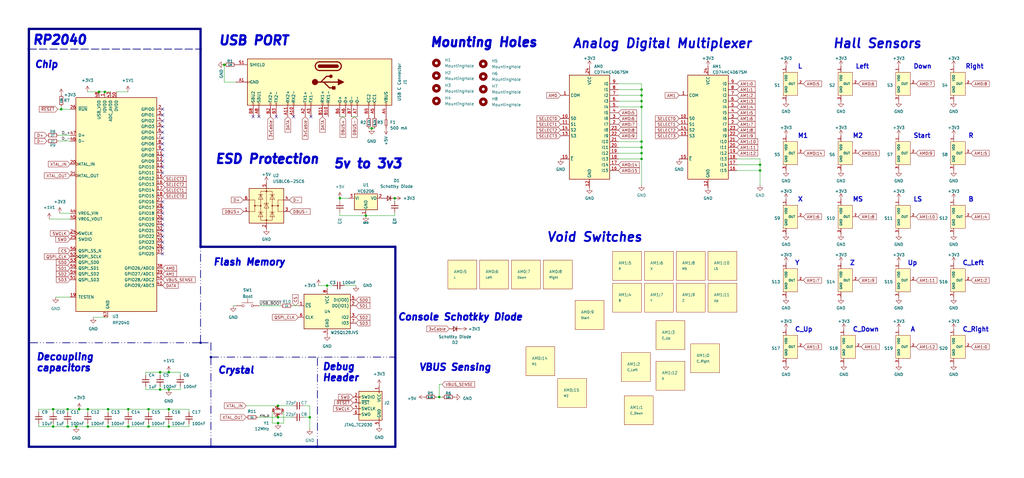
<source format=kicad_sch>
(kicad_sch (version 20230121) (generator eeschema)
  (paper "User" 450.012 210.007)
  (junction (at 281.94 64.77))
  (junction (at 163.3474 56.388))
  (junction (at 74.168 163.576))
  (junction (at 136.144 183.388))
  (junction (at 70.358 163.576))
  (junction (at 65.278 187.452))
  (junction (at 122.174 178.308))
  (junction (at 23.368 187.452))
  (junction (at 33.528 187.452))
  (junction (at 88.138 150.622))
  (junction (at 56.388 179.832))
  (junction (at 46.0568 40.386))
  (junction (at 34.798 179.832))
  (junction (at 47.498 187.452))
  (junction (at 173.736 156.9551))
  (junction (at 88.138 21.59))
  (junction (at 122.174 183.388))
  (junction (at 65.278 179.832))
  (junction (at 47.498 179.832))
  (junction (at 98.552 28.448))
  (junction (at 281.94 69.85))
  (junction (at 281.94 62.23))
  (junction (at 38.608 187.452))
  (junction (at 122.174 185.928))
  (junction (at 56.388 187.452))
  (junction (at 281.94 44.45))
  (junction (at 38.608 179.832))
  (junction (at 70.358 171.196))
  (junction (at 29.718 179.832))
  (junction (at 160.782 94.742) (diameter 0.9144))
  (junction (at 334.01 72.39))
  (junction (at 193.04 174.498))
  (junction (at 143.764 125.476))
  (junction (at 281.94 46.99))
  (junction (at 88.138 108.458))
  (junction (at 334.01 74.93))
  (junction (at 12.7 21.59))
  (junction (at 92.6772 156.9551))
  (junction (at 139.493 196.342))
  (junction (at 149.352 87.122) (diameter 0.9144))
  (junction (at 173.482 87.122))
  (junction (at 23.368 179.832))
  (junction (at 74.168 171.196))
  (junction (at 74.168 187.452))
  (junction (at 29.718 187.452))
  (junction (at 74.168 179.832))
  (junction (at 281.94 39.37))
  (junction (at 43.5168 40.386))
  (junction (at 281.94 41.91))
  (junction (at 92.6772 196.342))
  (junction (at 281.94 67.31))
  (junction (at 26.924 48.006))
  (no_connect (at 113.792 51.308))
  (no_connect (at 71.4568 68.326))
  (no_connect (at 71.4568 93.726))
  (no_connect (at 71.4568 53.086))
  (no_connect (at 71.4568 55.626))
  (no_connect (at 121.412 51.308))
  (no_connect (at 71.4568 50.546))
  (no_connect (at 111.252 51.308))
  (no_connect (at 71.4568 111.506))
  (no_connect (at 71.4568 103.886))
  (no_connect (at 136.652 51.308))
  (no_connect (at 71.4568 108.966))
  (no_connect (at 71.4568 91.186))
  (no_connect (at 71.4568 75.946))
  (no_connect (at 71.4568 101.346))
  (no_connect (at 71.4568 98.806))
  (no_connect (at 71.4568 106.426))
  (no_connect (at 71.4568 58.166))
  (no_connect (at 71.4568 73.406))
  (no_connect (at 71.4568 65.786))
  (no_connect (at 129.032 51.308))
  (no_connect (at 71.4568 96.266))
  (no_connect (at 71.4568 63.246))
  (no_connect (at 71.4568 88.646))
  (no_connect (at 71.4568 70.866))
  (no_connect (at 71.4568 48.006))
  (no_connect (at 71.4568 60.706))
  (wire (pts (xy 194.31 168.91) (xy 193.04 168.91)))
  (wire (pts (xy 271.78 46.99) (xy 281.94 46.99)))
  (wire (pts (xy 47.498 187.452) (xy 47.498 186.182)))
  (bus (pts (xy 92.6772 156.9551) (xy 92.6772 196.342)) (stroke (width 0) (type dash_dot_dot)))
  (wire (pts (xy 29.718 187.452) (xy 33.528 187.452)))
  (wire (pts (xy 102.489 134.366) (xy 103.759 134.366)))
  (wire (pts (xy 70.358 169.926) (xy 70.358 171.196)))
  (wire (pts (xy 64.008 163.576) (xy 64.008 164.846)))
  (wire (pts (xy 38.4368 40.386) (xy 43.5168 40.386)))
  (bus (pts (xy 88.138 108.458) (xy 173.736 108.458)) (stroke (width 1)))
  (wire (pts (xy 149.352 87.122) (xy 149.352 88.392)))
  (bus (pts (xy 92.6772 150.622) (xy 92.6772 156.9551)) (stroke (width 0) (type dash_dot_dot)))
  (wire (pts (xy 26.924 48.006) (xy 30.8168 48.006)))
  (wire (pts (xy 271.78 67.31) (xy 281.94 67.31)))
  (wire (pts (xy 281.94 46.99) (xy 281.94 62.23)))
  (wire (pts (xy 23.368 186.182) (xy 23.368 187.452)))
  (wire (pts (xy 74.168 187.452) (xy 83.058 187.452)))
  (wire (pts (xy 56.388 186.182) (xy 56.388 187.452)))
  (wire (pts (xy 191.77 174.498) (xy 193.04 174.498)))
  (wire (pts (xy 25.686 59.436) (xy 30.8168 59.436)))
  (bus (pts (xy 12.7 12.7) (xy 88.138 12.7)) (stroke (width 1)))
  (wire (pts (xy 17.018 179.832) (xy 23.368 179.832)))
  (wire (pts (xy 113.919 134.366) (xy 123.444 134.366)))
  (wire (pts (xy 98.552 36.068) (xy 98.552 28.448)))
  (wire (pts (xy 23.368 187.452) (xy 29.718 187.452)))
  (wire (pts (xy 79.248 163.576) (xy 79.248 164.846)))
  (wire (pts (xy 74.168 163.576) (xy 79.248 163.576)))
  (wire (pts (xy 271.78 39.37) (xy 281.94 39.37)))
  (wire (pts (xy 323.85 74.93) (xy 334.01 74.93)))
  (wire (pts (xy 271.78 64.77) (xy 281.94 64.77)))
  (wire (pts (xy 160.782 94.742) (xy 149.352 94.742)))
  (wire (pts (xy 74.168 179.832) (xy 74.168 181.102)))
  (wire (pts (xy 281.94 64.77) (xy 281.94 67.31)))
  (wire (pts (xy 136.144 178.308) (xy 136.144 183.388)))
  (wire (pts (xy 74.168 163.576) (xy 70.358 163.576)))
  (wire (pts (xy 271.78 62.23) (xy 281.94 62.23)))
  (wire (pts (xy 281.94 67.31) (xy 281.94 69.85)))
  (wire (pts (xy 128.524 178.308) (xy 122.174 178.308)))
  (bus (pts (xy 139.493 196.342) (xy 139.493 156.972)) (stroke (width 0) (type dash_dot_dot)))
  (wire (pts (xy 74.168 187.452) (xy 74.168 186.182)))
  (wire (pts (xy 119.634 180.848) (xy 119.634 185.928)))
  (wire (pts (xy 23.368 179.832) (xy 23.368 181.102)))
  (wire (pts (xy 281.94 41.91) (xy 281.94 44.45)))
  (wire (pts (xy 281.94 69.85) (xy 281.94 81.28)))
  (bus (pts (xy 12.7 196.342) (xy 92.6772 196.342)) (stroke (width 1)))
  (wire (pts (xy 70.358 163.576) (xy 70.358 164.846)))
  (wire (pts (xy 65.278 179.832) (xy 65.278 181.102)))
  (wire (pts (xy 65.278 187.452) (xy 74.168 187.452)))
  (wire (pts (xy 47.498 179.832) (xy 56.388 179.832)))
  (wire (pts (xy 47.498 187.452) (xy 56.388 187.452)))
  (wire (pts (xy 34.798 179.832) (xy 38.608 179.832)))
  (wire (pts (xy 151.892 51.308) (xy 149.352 51.308)))
  (wire (pts (xy 56.388 179.832) (xy 56.388 181.102)))
  (wire (pts (xy 281.94 62.23) (xy 281.94 64.77)))
  (wire (pts (xy 24.4668 130.556) (xy 30.8168 130.556)))
  (bus (pts (xy 173.736 156.9551) (xy 173.736 156.972)))
  (wire (pts (xy 133.604 178.308) (xy 136.144 178.308)))
  (wire (pts (xy 162.052 56.388) (xy 163.3474 56.388)))
  (wire (pts (xy 38.608 179.832) (xy 47.498 179.832)))
  (wire (pts (xy 139.954 125.476) (xy 143.764 125.476)))
  (wire (pts (xy 173.482 93.4466) (xy 173.482 94.742)))
  (wire (pts (xy 38.608 187.452) (xy 38.608 186.182)))
  (wire (pts (xy 83.058 179.832) (xy 83.058 181.102)))
  (wire (pts (xy 323.85 72.39) (xy 334.01 72.39)))
  (bus (pts (xy 12.7 12.7) (xy 12.7 21.59)) (stroke (width 1)))
  (bus (pts (xy 139.493 196.342) (xy 173.736 196.342)) (stroke (width 1)))
  (wire (pts (xy 156.972 51.308) (xy 154.432 51.308)))
  (wire (pts (xy 56.388 187.452) (xy 65.278 187.452)))
  (wire (pts (xy 26.2702 93.726) (xy 30.8168 93.726)))
  (wire (pts (xy 79.248 171.196) (xy 79.248 169.926)))
  (wire (pts (xy 323.85 69.85) (xy 334.01 69.85)))
  (wire (pts (xy 119.634 185.928) (xy 122.174 185.928)))
  (wire (pts (xy 29.718 186.182) (xy 29.718 187.452)))
  (bus (pts (xy 92.6772 196.342) (xy 139.493 196.342)) (stroke (width 1)))
  (wire (pts (xy 334.01 69.85) (xy 334.01 72.39)))
  (wire (pts (xy 143.764 125.476) (xy 146.304 125.476)))
  (wire (pts (xy 29.718 179.832) (xy 29.718 181.102)))
  (wire (pts (xy 38.608 179.832) (xy 38.608 181.102)))
  (bus (pts (xy 88.138 150.622) (xy 88.138 108.458)) (stroke (width 0) (type dash_dot_dot)))
  (wire (pts (xy 26.924 46.736) (xy 26.924 48.006)))
  (wire (pts (xy 65.278 179.832) (xy 74.168 179.832)))
  (wire (pts (xy 151.384 125.476) (xy 156.464 125.476)))
  (wire (pts (xy 124.714 180.848) (xy 124.714 185.928)))
  (wire (pts (xy 271.78 41.91) (xy 281.94 41.91)))
  (wire (pts (xy 40.9768 139.446) (xy 47.3268 139.446)))
  (wire (pts (xy 46.0568 40.386) (xy 48.5968 40.386)))
  (wire (pts (xy 38.608 187.452) (xy 47.498 187.452)))
  (wire (pts (xy 25.686 61.976) (xy 30.8168 61.976)))
  (wire (pts (xy 173.482 88.3666) (xy 173.482 87.122)))
  (bus (pts (xy 13.208 150.622) (xy 88.138 150.622)) (stroke (width 0) (type dash_dot_dot)))
  (wire (pts (xy 281.94 44.45) (xy 281.94 46.99)))
  (wire (pts (xy 193.04 174.498) (xy 194.4878 174.498)))
  (wire (pts (xy 128.524 183.388) (xy 122.174 183.388)))
  (wire (pts (xy 103.632 36.068) (xy 98.552 36.068)))
  (wire (pts (xy 17.018 186.182) (xy 17.018 187.452)))
  (bus (pts (xy 92.6772 156.9551) (xy 173.736 156.9551)) (stroke (width 0) (type dash_dot_dot)))
  (wire (pts (xy 64.008 171.196) (xy 70.358 171.196)))
  (wire (pts (xy 271.78 69.85) (xy 281.94 69.85)))
  (wire (pts (xy 43.5168 40.386) (xy 46.0568 40.386)))
  (wire (pts (xy 149.352 87.122) (xy 153.162 87.122)))
  (wire (pts (xy 108.204 178.308) (xy 122.174 178.308)))
  (wire (pts (xy 70.358 171.196) (xy 74.168 171.196)))
  (wire (pts (xy 17.018 187.452) (xy 23.368 187.452)))
  (wire (pts (xy 193.04 168.91) (xy 193.04 174.498)))
  (bus (pts (xy 88.138 150.622) (xy 92.6772 150.622)) (stroke (width 0) (type dash_dot_dot)))
  (wire (pts (xy 281.94 36.83) (xy 281.94 39.37)))
  (wire (pts (xy 124.714 185.928) (xy 122.174 185.928)))
  (wire (pts (xy 74.168 179.832) (xy 83.058 179.832)))
  (wire (pts (xy 149.352 93.472) (xy 149.352 94.742)))
  (wire (pts (xy 136.144 183.388) (xy 133.604 183.388)))
  (bus (pts (xy 12.7 21.59) (xy 12.7 196.342)) (stroke (width 1)))
  (wire (pts (xy 30.8168 96.266) (xy 21.6474 96.266)))
  (wire (pts (xy 163.3474 56.388) (xy 164.592 56.388)))
  (wire (pts (xy 281.94 39.37) (xy 281.94 41.91)))
  (wire (pts (xy 25.3811 48.006) (xy 26.924 48.006)))
  (wire (pts (xy 74.168 171.196) (xy 79.248 171.196)))
  (wire (pts (xy 33.528 187.452) (xy 38.608 187.452)))
  (wire (pts (xy 271.78 36.83) (xy 281.94 36.83)))
  (wire (pts (xy 160.782 94.742) (xy 173.482 94.742)))
  (wire (pts (xy 122.174 183.388) (xy 113.284 183.388)))
  (wire (pts (xy 83.058 187.452) (xy 83.058 186.182)))
  (wire (pts (xy 136.144 183.388) (xy 136.144 188.468)))
  (wire (pts (xy 47.498 179.832) (xy 47.498 181.102)))
  (bus (pts (xy 173.736 156.9551) (xy 173.736 108.458)) (stroke (width 1)))
  (wire (pts (xy 143.764 125.476) (xy 143.764 126.746)))
  (bus (pts (xy 88.138 12.7) (xy 88.138 21.59)) (stroke (width 1)))
  (wire (pts (xy 334.01 72.39) (xy 334.01 74.93)))
  (wire (pts (xy 51.1368 40.386) (xy 56.2168 40.386)))
  (wire (pts (xy 17.018 181.102) (xy 17.018 179.832)))
  (bus (pts (xy 12.7 21.59) (xy 88.138 21.59)) (stroke (width 0) (type dash)))
  (wire (pts (xy 65.278 186.182) (xy 65.278 187.452)))
  (wire (pts (xy 64.008 169.926) (xy 64.008 171.196)))
  (wire (pts (xy 334.01 74.93) (xy 334.01 81.28)))
  (bus (pts (xy 88.138 21.59) (xy 88.138 108.458)) (stroke (width 1)))
  (wire (pts (xy 29.718 179.832) (xy 34.798 179.832)))
  (wire (pts (xy 56.388 179.832) (xy 65.278 179.832)))
  (wire (pts (xy 271.78 44.45) (xy 281.94 44.45)))
  (bus (pts (xy 173.736 196.342) (xy 173.736 156.9551)) (stroke (width 1)))
  (wire (pts (xy 29.718 179.832) (xy 23.368 179.832)))
  (wire (pts (xy 128.524 134.366) (xy 131.064 134.366)))
  (wire (pts (xy 70.358 163.576) (xy 64.008 163.576)))
  (text "VBUS Sensing" (at 183.896 163.322 0) (effects (font (size 3 3) (thickness 2) bold italic) (justify left bottom)))
  (text "Analog Digital Multiplexer\n" (at 251.46 21.59 0) (effects (font (size 4 4) (thickness 0.8) bold italic) (justify left bottom)))
  (text "C_Left" (at 422.91 116.84 0) (effects (font (size 2 2) (thickness 0.4) bold) (justify left bottom)))
  (text "C_Right" (at 422.91 146.05 0) (effects (font (size 2 2) (thickness 0.4) bold) (justify left bottom)))
  (text "Hall Sensors" (at 365.76 21.59 0) (effects (font (size 4 4) bold italic) (justify left bottom)))
  (text "Left\n" (at 375.92 30.48 0) (effects (font (size 2 2) (thickness 0.4) bold) (justify left bottom)))
  (text "C_Down\n" (at 374.65 146.05 0) (effects (font (size 2 2) (thickness 0.4) bold) (justify left bottom)))
  (text "Chip" (at 14.986 30.226 0) (effects (font (size 3 3) (thickness 2) bold italic) (justify left bottom)))
  (text "Flash Memory" (at 93.472 117.094 0) (effects (font (size 3 3) (thickness 2) bold italic) (justify left bottom)))
  (text "Right" (at 424.18 30.48 0) (effects (font (size 2 2) (thickness 0.4) bold) (justify left bottom)))
  (text "MS" (at 374.65 88.9 0) (effects (font (size 2 2) (thickness 0.4) bold) (justify left bottom)))
  (text "Void Switches" (at 240.03 106.68 0) (effects (font (size 4 4) (thickness 0.8) bold italic) (justify left bottom)))
  (text "Y" (at 349.25 116.84 0) (effects (font (size 2 2) (thickness 0.4) bold) (justify left bottom)))
  (text "C_Up" (at 349.25 146.05 0) (effects (font (size 2 2) (thickness 0.4) bold) (justify left bottom)))
  (text "USB PORT" (at 95.758 20.32 0) (effects (font (size 4 4) (thickness 2) bold italic) (justify left bottom)))
  (text "5v to 3v3" (at 146.304 74.422 0) (effects (font (size 4 4) (thickness 2) bold italic) (justify left bottom)))
  (text "Decoupling\ncapacitors" (at 15.748 163.576 0) (effects (font (size 3 3) (thickness 2) bold italic) (justify left bottom)))
  (text "Mounting Holes" (at 188.722 21.082 0) (effects (font (size 4 4) (thickness 2) bold italic) (justify left bottom)))
  (text "RP2040" (at 13.97 20.066 0) (effects (font (size 4 4) (thickness 2) bold italic) (justify left bottom)))
  (text "X" (at 350.52 88.9 0) (effects (font (size 2 2) (thickness 0.4) bold) (justify left bottom)))
  (text "Console Schotkky Diode" (at 174.5742 141.224 0) (effects (font (size 3 3) (thickness 2) bold italic) (justify left bottom)))
  (text "Down\n" (at 401.32 30.48 0) (effects (font (size 2 2) (thickness 0.4) bold) (justify left bottom)))
  (text "Z" (at 373.38 116.84 0) (effects (font (size 2 2) (thickness 0.4) bold) (justify left bottom)))
  (text "L\n" (at 350.52 30.48 0) (effects (font (size 2 2) (thickness 0.4) bold) (justify left bottom)))
  (text "R" (at 425.45 60.96 0) (effects (font (size 2 2) (thickness 0.4) bold) (justify left bottom)))
  (text "M2" (at 374.65 60.96 0) (effects (font (size 2 2) (thickness 0.4) bold) (justify left bottom)))
  (text "Start" (at 401.32 60.96 0) (effects (font (size 2 2) (thickness 0.4) bold) (justify left bottom)))
  (text "Debug\nHeader" (at 141.478 167.894 0) (effects (font (size 3 3) (thickness 2) bold italic) (justify left bottom)))
  (text "Crystal" (at 95.504 164.592 0) (effects (font (size 3 3) (thickness 2) bold italic) (justify left bottom)))
  (text "M1\n" (at 350.52 60.96 0) (effects (font (size 2 2) (thickness 0.4) bold) (justify left bottom)))
  (text "Up" (at 398.78 116.84 0) (effects (font (size 2 2) (thickness 0.4) bold) (justify left bottom)))
  (text "ESD Protection" (at 94.234 72.39 0) (effects (font (size 4 4) (thickness 2) bold italic) (justify left bottom)))
  (text "B\n" (at 425.45 88.9 0) (effects (font (size 2 2) (thickness 0.4) bold) (justify left bottom)))
  (text "A" (at 400.05 146.05 0) (effects (font (size 2 2) (thickness 0.4) bold) (justify left bottom)))
  (text "LS" (at 401.32 88.9 0) (effects (font (size 2 2) (thickness 0.4) bold) (justify left bottom)))
  (label "~{USB_BOOT}" (at 113.919 134.366 0))
  (label "D_-" (at 27.0068 61.976 0))
  (label "D_+" (at 27.0068 59.436 0))
  (label "XTAL_O" (at 118.364 183.388 180) (effects (font (size 0.8 0.8))))
  (global_label "SWD" (shape input) (at 155.194 174.498 180) (property "Intersheetrefs" "${INTERSHEET_REFS}" (effects hide)))
  (global_label "SELECT3" (shape input) (at 71.4568 78.486 0) (property "Intersheetrefs" "${INTERSHEET_REFS}" (effects hide)))
  (global_label "D-" (shape input) (at 127.254 87.884 0) (property "Intersheetrefs" "${INTERSHEET_REFS}" (effects hide)))
  (global_label "DBUS+" (shape input) (at 150.6728 51.308 270) (property "Intersheetrefs" "${INTERSHEET_REFS}" (effects hide)))
  (global_label "SELECT1" (shape input) (at 71.4568 83.566 0) (property "Intersheetrefs" "${INTERSHEET_REFS}" (effects hide)))
  (global_label "AM1:9" (shape input) (at 323.85 59.69 0) (property "Intersheetrefs" "${INTERSHEET_REFS}" (effects hide)))
  (global_label "XTAL_IN" (shape input) (at 108.204 178.308 180) (property "Intersheetrefs" "${INTERSHEET_REFS}" (effects hide)))
  (global_label "XTAL_IN" (shape input) (at 30.8168 72.136 180) (property "Intersheetrefs" "${INTERSHEET_REFS}" (effects hide)))
  (global_label "SELECT2" (shape input) (at 298.45 57.15 180) (property "Intersheetrefs" "${INTERSHEET_REFS}" (effects hide)))
  (global_label "QSPI_CLK" (shape input) (at 131.064 139.446 180) (property "Intersheetrefs" "${INTERSHEET_REFS}" (effects hide)))
  (global_label "AM1:6" (shape input) (at 353.06 95.25 0) (property "Intersheetrefs" "${INTERSHEET_REFS}" (effects hide)))
  (global_label "DBUS+" (shape input) (at 106.934 92.964 180) (property "Intersheetrefs" "${INTERSHEET_REFS}" (effects hide)))
  (global_label "VBUS_SENSE" (shape input) (at 71.4568 122.936 0) (property "Intersheetrefs" "${INTERSHEET_REFS}" (effects hide)))
  (global_label "XTAL_OUT" (shape input) (at 30.8168 77.216 180) (property "Intersheetrefs" "${INTERSHEET_REFS}" (effects hide)))
  (global_label "AM0:9" (shape input) (at 271.78 59.69 0) (property "Intersheetrefs" "${INTERSHEET_REFS}" (effects hide)))
  (global_label "SD1" (shape input) (at 30.8168 117.856 180) (property "Intersheetrefs" "${INTERSHEET_REFS}" (effects hide)))
  (global_label "D+" (shape input) (at 20.606 59.436 180) (property "Intersheetrefs" "${INTERSHEET_REFS}" (effects hide)))
  (global_label "AM1:4" (shape input) (at 323.85 46.99 0) (property "Intersheetrefs" "${INTERSHEET_REFS}" (effects hide)))
  (global_label "AM0:15" (shape input) (at 377.19 67.31 0) (property "Intersheetrefs" "${INTERSHEET_REFS}" (effects hide)))
  (global_label "SWD" (shape input) (at 30.8168 105.156 180) (property "Intersheetrefs" "${INTERSHEET_REFS}" (effects hide)))
  (global_label "AM0" (shape input) (at 246.38 41.91 180) (property "Intersheetrefs" "${INTERSHEET_REFS}" (effects hide)))
  (global_label "~{RESET}" (shape input) (at 25.3811 48.006 180) (property "Intersheetrefs" "${INTERSHEET_REFS}" (effects hide)))
  (global_label "AM1:1" (shape input) (at 378.46 152.4 0) (property "Intersheetrefs" "${INTERSHEET_REFS}" (effects hide)))
  (global_label "DATA" (shape input) (at 141.732 51.308 270) (property "Intersheetrefs" "${INTERSHEET_REFS}" (effects hide)))
  (global_label "SD1" (shape input) (at 156.464 134.366 0) (property "Intersheetrefs" "${INTERSHEET_REFS}" (effects hide)))
  (global_label "CS" (shape input) (at 129.794 134.366 90) (property "Intersheetrefs" "${INTERSHEET_REFS}" (effects hide)))
  (global_label "3vCable" (shape input) (at 118.872 51.308 270) (property "Intersheetrefs" "${INTERSHEET_REFS}" (effects hide)))
  (global_label "AM0:9" (shape input) (at 402.59 67.31 0) (property "Intersheetrefs" "${INTERSHEET_REFS}" (effects hide)))
  (global_label "AM1:4" (shape input) (at 426.72 95.25 0) (property "Intersheetrefs" "${INTERSHEET_REFS}" (effects hide)))
  (global_label "AM0:6" (shape input) (at 271.78 52.07 0) (property "Intersheetrefs" "${INTERSHEET_REFS}" (effects hide)))
  (global_label "AM1" (shape input) (at 71.4568 120.396 0) (property "Intersheetrefs" "${INTERSHEET_REFS}" (effects hide)))
  (global_label "AM1:11" (shape input) (at 402.59 123.19 0) (property "Intersheetrefs" "${INTERSHEET_REFS}" (effects hide)))
  (global_label "D-" (shape input) (at 20.606 61.976 180) (property "Intersheetrefs" "${INTERSHEET_REFS}" (effects hide)))
  (global_label "3vCable" (shape input) (at 134.112 51.308 270) (property "Intersheetrefs" "${INTERSHEET_REFS}" (effects hide)))
  (global_label "3vCable" (shape input) (at 197.4342 144.526 180) (property "Intersheetrefs" "${INTERSHEET_REFS}" (effects hide)))
  (global_label "D+" (shape input) (at 106.934 87.884 180) (property "Intersheetrefs" "${INTERSHEET_REFS}" (effects hide)))
  (global_label "AM1:12" (shape input) (at 402.59 152.4 0) (property "Intersheetrefs" "${INTERSHEET_REFS}" (effects hide)))
  (global_label "AM0:8" (shape input) (at 426.72 36.83 0) (property "Intersheetrefs" "${INTERSHEET_REFS}" (effects hide)))
  (global_label "QSPI_CLK" (shape input) (at 30.8168 112.776 180) (property "Intersheetrefs" "${INTERSHEET_REFS}" (effects hide)))
  (global_label "SELECT3" (shape input) (at 246.38 59.69 180) (property "Intersheetrefs" "${INTERSHEET_REFS}" (effects hide)))
  (global_label "AM1:2" (shape input) (at 323.85 41.91 0) (property "Intersheetrefs" "${INTERSHEET_REFS}" (effects hide)))
  (global_label "SD3" (shape input) (at 156.464 141.986 0) (property "Intersheetrefs" "${INTERSHEET_REFS}" (effects hide)))
  (global_label "AM1:0" (shape input) (at 426.72 152.4 0) (property "Intersheetrefs" "${INTERSHEET_REFS}" (effects hide)))
  (global_label "SELECT1" (shape input) (at 246.38 54.61 180) (property "Intersheetrefs" "${INTERSHEET_REFS}" (effects hide)))
  (global_label "AM1:7" (shape input) (at 353.06 123.19 0) (property "Intersheetrefs" "${INTERSHEET_REFS}" (effects hide)))
  (global_label "AM0:7" (shape input) (at 271.78 54.61 0) (property "Intersheetrefs" "${INTERSHEET_REFS}" (effects hide)))
  (global_label "AM1:8" (shape input) (at 377.19 95.25 0) (property "Intersheetrefs" "${INTERSHEET_REFS}" (effects hide)))
  (global_label "AM0" (shape input) (at 71.4568 117.856 0) (property "Intersheetrefs" "${INTERSHEET_REFS}" (effects hide)))
  (global_label "AM1:8" (shape input) (at 323.85 57.15 0) (property "Intersheetrefs" "${INTERSHEET_REFS}" (effects hide)))
  (global_label "DATA" (shape input) (at 126.492 51.308 270) (property "Intersheetrefs" "${INTERSHEET_REFS}" (effects hide)))
  (global_label "DBUS-" (shape input) (at 155.7528 51.308 270) (property "Intersheetrefs" "${INTERSHEET_REFS}" (effects hide)))
  (global_label "AM1:0" (shape input) (at 323.85 36.83 0) (property "Intersheetrefs" "${INTERSHEET_REFS}" (effects hide)))
  (global_label "VBUS_SENSE" (shape input) (at 194.31 168.91 0) (property "Intersheetrefs" "${INTERSHEET_REFS}" (effects hide)))
  (global_label "AM1:5" (shape input) (at 323.85 49.53 0) (property "Intersheetrefs" "${INTERSHEET_REFS}" (effects hide)))
  (global_label "AM1:9" (shape input) (at 377.19 123.19 0) (property "Intersheetrefs" "${INTERSHEET_REFS}" (effects hide)))
  (global_label "SWCLK" (shape input) (at 155.194 179.578 180) (property "Intersheetrefs" "${INTERSHEET_REFS}" (effects hide)))
  (global_label "AM1:11" (shape input) (at 323.85 64.77 0) (property "Intersheetrefs" "${INTERSHEET_REFS}" (effects hide)))
  (global_label "AM1:5" (shape input) (at 426.72 67.31 0) (property "Intersheetrefs" "${INTERSHEET_REFS}" (effects hide)))
  (global_label "AM0:5" (shape input) (at 353.06 36.83 0) (property "Intersheetrefs" "${INTERSHEET_REFS}" (effects hide)))
  (global_label "SELECT1" (shape input) (at 298.45 54.61 180) (property "Intersheetrefs" "${INTERSHEET_REFS}" (effects hide)))
  (global_label "SELECT0" (shape input) (at 246.38 52.07 180) (property "Intersheetrefs" "${INTERSHEET_REFS}" (effects hide)))
  (global_label "SD2" (shape input) (at 30.8168 120.396 180) (property "Intersheetrefs" "${INTERSHEET_REFS}" (effects hide)))
  (global_label "SD2" (shape input) (at 156.464 139.446 0) (property "Intersheetrefs" "${INTERSHEET_REFS}" (effects hide)))
  (global_label "AM1:10" (shape input) (at 402.59 95.25 0) (property "Intersheetrefs" "${INTERSHEET_REFS}" (effects hide)))
  (global_label "CS" (shape input) (at 30.8168 110.236 180) (property "Intersheetrefs" "${INTERSHEET_REFS}" (effects hide)))
  (global_label "AM1:3" (shape input) (at 353.06 152.4 0) (property "Intersheetrefs" "${INTERSHEET_REFS}" (effects hide)))
  (global_label "AM0:7" (shape input) (at 402.59 36.83 0) (property "Intersheetrefs" "${INTERSHEET_REFS}" (effects hide)))
  (global_label "AM1:3" (shape input) (at 323.85 44.45 0) (property "Intersheetrefs" "${INTERSHEET_REFS}" (effects hide)))
  (global_label "AM0:8" (shape input) (at 271.78 57.15 0) (property "Intersheetrefs" "${INTERSHEET_REFS}" (effects hide)))
  (global_label "AM0:14" (shape input) (at 271.78 72.39 0) (property "Intersheetrefs" "${INTERSHEET_REFS}" (effects hide)))
  (global_label "AM1" (shape input) (at 298.45 41.91 180) (property "Intersheetrefs" "${INTERSHEET_REFS}" (effects hide)))
  (global_label "SD3" (shape input) (at 30.8168 122.936 180) (property "Intersheetrefs" "${INTERSHEET_REFS}" (effects hide)))
  (global_label "SD0" (shape input) (at 156.464 131.826 0) (property "Intersheetrefs" "${INTERSHEET_REFS}" (effects hide)))
  (global_label "AM0:6" (shape input) (at 377.19 36.83 0) (property "Intersheetrefs" "${INTERSHEET_REFS}" (effects hide)))
  (global_label "AM1:6" (shape input) (at 323.85 52.07 0) (property "Intersheetrefs" "${INTERSHEET_REFS}" (effects hide)))
  (global_label "DATA" (shape input) (at 71.4568 125.476 0) (property "Intersheetrefs" "${INTERSHEET_REFS}" (effects hide)))
  (global_label "SELECT0" (shape input) (at 71.4568 86.106 0) (property "Intersheetrefs" "${INTERSHEET_REFS}" (effects hide)))
  (global_label "AM1:2" (shape input) (at 426.72 123.19 0) (property "Intersheetrefs" "${INTERSHEET_REFS}" (effects hide)))
  (global_label "AM1:12" (shape input) (at 323.85 67.31 0) (property "Intersheetrefs" "${INTERSHEET_REFS}" (effects hide)))
  (global_label "DBUS-" (shape input) (at 127.254 92.964 0) (property "Intersheetrefs" "${INTERSHEET_REFS}" (effects hide)))
  (global_label "~{RESET}" (shape input) (at 155.194 177.038 180) (property "Intersheetrefs" "${INTERSHEET_REFS}" (effects hide)))
  (global_label "AM0:15" (shape input) (at 271.78 74.93 0) (property "Intersheetrefs" "${INTERSHEET_REFS}" (effects hide)))
  (global_label "AM1:7" (shape input) (at 323.85 54.61 0) (property "Intersheetrefs" "${INTERSHEET_REFS}" (effects hide)))
  (global_label "SD0" (shape input) (at 30.8168 115.316 180) (property "Intersheetrefs" "${INTERSHEET_REFS}" (effects hide)))
  (global_label "SELECT3" (shape input) (at 298.45 59.69 180) (property "Intersheetrefs" "${INTERSHEET_REFS}" (effects hide)))
  (global_label "SWCLK" (shape input) (at 30.8168 102.616 180) (property "Intersheetrefs" "${INTERSHEET_REFS}" (effects hide)))
  (global_label "XTAL_OUT" (shape input) (at 108.204 183.388 180) (property "Intersheetrefs" "${INTERSHEET_REFS}" (effects hide)))
  (global_label "SELECT2" (shape input) (at 71.4568 81.026 0) (property "Intersheetrefs" "${INTERSHEET_REFS}" (effects hide)))
  (global_label "SELECT0" (shape input) (at 298.45 52.07 180) (property "Intersheetrefs" "${INTERSHEET_REFS}" (effects hide)))
  (global_label "AM1:1" (shape input) (at 323.85 39.37 0) (property "Intersheetrefs" "${INTERSHEET_REFS}" (effects hide)))
  (global_label "AM1:10" (shape input) (at 323.85 62.23 0) (property "Intersheetrefs" "${INTERSHEET_REFS}" (effects hide)))
  (global_label "AM0:14" (shape input) (at 353.06 67.31 0) (property "Intersheetrefs" "${INTERSHEET_REFS}" (effects hide)))
  (global_label "SELECT2" (shape input) (at 246.38 57.15 180) (property "Intersheetrefs" "${INTERSHEET_REFS}" (effects hide)))
  (global_label "AM0:5" (shape input) (at 271.78 49.53 0) (property "Intersheetrefs" "${INTERSHEET_REFS}" (effects hide)))
  (symbol (lib_id "power:GND") (at 117.094 100.584 0) (unit 1)
    (property "Reference" "#PWR015" (effects hide))
    (property "Value" "GND" (at 117.094 105.1465 0))
  )
  (symbol (lib_id "power:GND") (at 156.464 125.476 0) (unit 1)
    (property "Reference" "#PWR021" (effects hide))
    (property "Value" "GND" (at 161.544 125.476 0))
  )
  (symbol (lib_id "power:GND") (at 394.97 74.93 0) (unit 1)
    (property "Reference" "#PWR063" (effects hide))
    (property "Value" "GND" (at 394.97 79.4925 0))
  )
  (symbol (lib_id "power:GND") (at 259.08 82.55 0) (unit 1)
    (property "Reference" "#PWR034" (effects hide))
    (property "Value" "GND" (at 259.08 87.1125 0))
  )
  (symbol (lib_id "power:+3.3V") (at 369.57 29.21 0) (unit 1)
    (property "Reference" "#PWR042" (effects hide))
    (property "Value" "+3.3V" (at 369.57 25.6055 0))
  )
  (symbol (lib_id "Mechanical:MountingHole") (at 212.3694 33.6296 0) (unit 1)
    (property "Reference" "H6" (at 216.027 32.3595 0) (effects (justify left)))
    (property "Value" "MountingHole" (at 216.027 34.8995 0) (effects (justify left)))
    (property "Footprint" "MountingHole:MountingHole_2.2mm_M2_ISO14580_Pad" (effects hide))
  )
  (symbol (lib_id "Device:C_Small") (at 79.248 167.386 0) (unit 1)
    (property "Reference" "C6" (at 80.518 164.8459 0) (effects (justify left)))
    (property "Value" "100nF" (at 80.518 169.9259 0) (effects (justify left)))
    (property "Footprint" "Capacitor_SMD:C_0402_1005Metric" (effects hide))
    (property "LCSC" "C1525" (effects hide))
  )
  (symbol (lib_id "power:+3.3V") (at 370.84 144.78 0) (unit 1)
    (property "Reference" "#PWR058" (effects hide))
    (property "Value" "+3.3V" (at 370.84 141.1755 0))
  )
  (symbol (lib_id "Device:C_Small") (at 65.278 183.642 0) (unit 1)
    (property "Reference" "C15" (at 66.548 181.1019 0) (effects (justify left)))
    (property "Value" "100nF" (at 66.548 186.1819 0) (effects (justify left)))
    (property "Footprint" "Capacitor_SMD:C_0402_1005Metric" (effects hide))
    (property "LCSC" "C1525" (effects hide))
  )
  (symbol (lib_id "power:+3.3V") (at 345.44 144.78 0) (unit 1)
    (property "Reference" "#PWR056" (effects hide))
    (property "Value" "+3.3V" (at 345.44 141.1755 0))
  )
  (symbol (lib_id "power:+3.3V") (at 345.44 29.21 0) (unit 1)
    (property "Reference" "#PWR040" (effects hide))
    (property "Value" "+3.3V" (at 345.44 25.6055 0))
  )
  (symbol (lib_id "power:+3.3V") (at 345.44 87.63 0) (unit 1)
    (property "Reference" "#PWR048" (effects hide))
    (property "Value" "+3.3V" (at 345.44 84.0255 0))
  )
  (symbol (lib_id "Mechanical:MountingHole") (at 212.3694 28.067 0) (unit 1)
    (property "Reference" "H5" (at 216.027 26.7969 0) (effects (justify left)))
    (property "Value" "MountingHole" (at 216.027 29.3369 0) (effects (justify left)))
    (property "Footprint" "MountingHole:MountingHole_2.2mm_M2_ISO14580_Pad" (effects hide))
  )
  (symbol (lib_id "49e:Hall_Sensor") (at 372.11 36.83 0) (unit 1)
    (property "Reference" "S2" (at 367.03 37.465 0) (effects (justify right)))
    (property "Value" "Hall_Sensor" (effects hide))
    (property "Footprint" "Package_TO_SOT_SMD:SOT-23" (effects hide))
    (property "LCSC Part" "C266230" (effects hide))
    (property "MPN" "GH39FKSW" (effects hide))
    (property "Notes" "Alternate part: OH49E-S (C85573)" (effects hide))
  )
  (symbol (lib_id "Device:C_Small") (at 56.388 183.642 0) (unit 1)
    (property "Reference" "C14" (at 57.658 181.1019 0) (effects (justify left)))
    (property "Value" "100nF" (at 57.658 186.1819 0) (effects (justify left)))
    (property "Footprint" "Capacitor_SMD:C_0402_1005Metric" (effects hide))
    (property "LCSC" "C1525" (effects hide))
  )
  (symbol (lib_id "Switch:SW_Push") (at 108.839 134.366 0) (unit 1) (in_bom no)
    (property "Reference" "SW1" (at 108.839 127.4785 0))
    (property "Value" "Boot" (at 108.839 130.2536 0))
    (property "Footprint" "Button_Switch_SMD:SW_SPST_SKQG_WithStem" (effects hide))
    (property "LCSC" "C5156480" (effects hide))
  )
  (symbol (lib_id "power:+3V3") (at 34.798 179.832 0) (unit 1)
    (property "Reference" "#PWR06" (effects hide))
    (property "Value" "+3V3" (at 34.798 174.752 0))
  )
  (symbol (lib_id "power:GND") (at 334.01 81.28 0) (unit 1)
    (property "Reference" "#PWR039" (effects hide))
    (property "Value" "GND" (at 334.01 85.8425 0))
  )
  (symbol (lib_id "voidswitch:VoidSwitch") (at 317.5 116.84 0) (unit 1) (in_bom no)
    (property "Reference" "AM1:10" (at 313.69 115.57 0) (effects (justify left)))
    (property "Value" "LS" (at 313.69 118.11 0) (effects (font (size 0.9906 0.9906)) (justify left)))
    (property "Footprint" "void_switch:VoidSwitch_1u_SMD" (effects hide))
    (property "NOTE" "Replace \"AM0:0\" with the actual MUX pin" (effects hide))
  )
  (symbol (lib_id "power:GND") (at 370.84 160.02 0) (unit 1)
    (property "Reference" "#PWR059" (effects hide))
    (property "Value" "GND" (at 370.84 164.5825 0))
  )
  (symbol (lib_id "power:GND") (at 122.174 185.928 0) (mirror y) (unit 1)
    (property "Reference" "#PWR016" (effects hide))
    (property "Value" "GND" (at 122.174 191.008 0))
  )
  (symbol (lib_id "Mechanical:MountingHole") (at 191.7954 38.8112 0) (unit 1)
    (property "Reference" "H3" (at 195.453 37.5411 0) (effects (justify left)))
    (property "Value" "MountingHole" (at 195.453 40.0811 0) (effects (justify left)))
    (property "Footprint" "MountingHole:MountingHole_2.2mm_M2_ISO14580_Pad" (effects hide))
  )
  (symbol (lib_id "power:GND") (at 102.489 134.366 0) (unit 1)
    (property "Reference" "#PWR013" (effects hide))
    (property "Value" "GND" (at 102.489 139.446 0))
  )
  (symbol (lib_id "power:GND") (at 163.3474 56.388 0) (unit 1)
    (property "Reference" "#PWR023" (effects hide))
    (property "Value" "GND" (at 163.3474 62.0776 0))
  )
  (symbol (lib_id "voidswitch:VoidSwitch") (at 231.14 120.65 0) (unit 1) (in_bom no)
    (property "Reference" "AM0:7" (at 227.33 119.38 0) (effects (justify left)))
    (property "Value" "Down" (at 227.33 121.92 0) (effects (font (size 0.9906 0.9906)) (justify left)))
    (property "Footprint" "void_switch:VoidSwitch_1u_SMD" (effects hide))
    (property "NOTE" "Replace \"AM0:0\" with the actual MUX pin" (effects hide))
  )
  (symbol (lib_id "power:GND") (at 311.15 82.55 0) (unit 1)
    (property "Reference" "#PWR037" (effects hide))
    (property "Value" "GND" (at 311.15 87.1125 0))
  )
  (symbol (lib_id "power:+3.3V") (at 259.08 29.21 0) (unit 1)
    (property "Reference" "#PWR033" (effects hide))
    (property "Value" "+3.3V" (at 259.08 25.6055 0))
  )
  (symbol (lib_id "voidswitch:VoidSwitch") (at 279.4 161.29 0) (unit 1) (in_bom no)
    (property "Reference" "AM1:2" (at 275.59 160.02 0) (effects (justify left)))
    (property "Value" "C_Left" (at 275.59 162.56 0) (effects (font (size 0.9906 0.9906)) (justify left)))
    (property "Footprint" "void_switch:VoidSwitch_1u_SMD" (effects hide))
    (property "NOTE" "Replace \"AM0:0\" with the actual MUX pin" (effects hide))
  )
  (symbol (lib_id "49e:Hall_Sensor") (at 372.11 95.25 0) (unit 1)
    (property "Reference" "S10" (at 367.03 95.885 0) (effects (justify right)))
    (property "Value" "Hall_Sensor" (effects hide))
    (property "Footprint" "Package_TO_SOT_SMD:SOT-23" (effects hide))
    (property "LCSC Part" "C266230" (effects hide))
    (property "MPN" "GH39FKSW" (effects hide))
    (property "Notes" "Alternate part: OH49E-S (C85573)" (effects hide))
  )
  (symbol (lib_id "power:+3.3V") (at 394.97 144.78 0) (unit 1)
    (property "Reference" "#PWR068" (effects hide))
    (property "Value" "+3.3V" (at 394.97 141.1755 0))
  )
  (symbol (lib_id "power:GND") (at 419.1 130.81 0) (unit 1)
    (property "Reference" "#PWR077" (effects hide))
    (property "Value" "GND" (at 419.1 135.3725 0))
  )
  (symbol (lib_id "Device:Fuse_Small") (at 169.672 53.848 270) (unit 1)
    (property "Reference" "F1" (at 171.3992 53.7464 90) (effects (justify left)))
    (property "Value" "500 mA" (at 171.3992 56.2864 90) (effects (justify left)))
    (property "Footprint" "Fuse:Fuse_1206_3216Metric" (effects hide))
  )
  (symbol (lib_id "power:GND") (at 40.9768 139.446 0) (unit 1)
    (property "Reference" "#PWR08" (effects hide))
    (property "Value" "GND" (at 40.9768 144.526 0))
  )
  (symbol (lib_id "Device:C_Small") (at 64.008 167.386 0) (unit 1)
    (property "Reference" "C4" (at 65.278 164.8459 0) (effects (justify left)))
    (property "Value" "1uF" (at 65.278 169.9259 0) (effects (justify left)))
    (property "Footprint" "Capacitor_SMD:C_0402_1005Metric" (effects hide))
    (property "LCSC" "C52923" (effects hide))
  )
  (symbol (lib_id "power:+5V") (at 117.094 80.264 0) (unit 1)
    (property "Reference" "#PWR014" (effects hide))
    (property "Value" "+5V" (at 117.094 76.6595 0))
  )
  (symbol (lib_id "Device:C_Small") (at 173.482 90.9066 180) (unit 1)
    (property "Reference" "C1" (at 173.482 96.6216 0) (effects (font (size 0.762 0.762))))
    (property "Value" "1uF" (at 173.482 97.8916 0) (effects (font (size 0.762 0.762))))
    (property "Footprint" "Capacitor_SMD:C_0402_1005Metric" (effects hide))
    (property "LCSC" "C52923" (effects hide))
  )
  (symbol (lib_id "Device:C_Small") (at 38.608 183.642 0) (unit 1)
    (property "Reference" "C12" (at 39.878 181.1019 0) (effects (justify left)))
    (property "Value" "100nF" (at 39.878 186.1819 0) (effects (justify left)))
    (property "Footprint" "Capacitor_SMD:C_0402_1005Metric" (effects hide))
    (property "LCSC" "C1525" (effects hide))
  )
  (symbol (lib_id "power:GND") (at 419.1 44.45 0) (unit 1)
    (property "Reference" "#PWR071" (effects hide))
    (property "Value" "GND" (at 419.1 49.0125 0))
  )
  (symbol (lib_id "voidswitch:VoidSwitch") (at 251.46 172.72 0) (unit 1) (in_bom no)
    (property "Reference" "AM0:15" (at 247.65 171.45 0) (effects (justify left)))
    (property "Value" "M2" (at 247.65 173.99 0) (effects (font (size 0.9906 0.9906)) (justify left)))
    (property "Footprint" "void_switch:VoidSwitch_1u_SMD" (effects hide))
    (property "NOTE" "Replace \"AM0:0\" with the actual MUX pin" (effects hide))
  )
  (symbol (lib_id "power:GND") (at 345.44 74.93 0) (unit 1)
    (property "Reference" "#PWR045" (effects hide))
    (property "Value" "GND" (at 345.44 79.4925 0))
  )
  (symbol (lib_id "power:+3V3") (at 38.4368 40.386 0) (unit 1)
    (property "Reference" "#PWR07" (effects hide))
    (property "Value" "+3V3" (at 38.4368 35.306 0))
  )
  (symbol (lib_id "49e:Hall_Sensor") (at 421.64 152.4 0) (unit 1)
    (property "Reference" "S20" (at 416.56 153.035 0) (effects (justify right)))
    (property "Value" "Hall_Sensor" (effects hide))
    (property "Footprint" "Package_TO_SOT_SMD:SOT-23" (effects hide))
    (property "LCSC Part" "C266230" (effects hide))
    (property "MPN" "GH39FKSW" (effects hide))
    (property "Notes" "Alternate part: OH49E-S (C85573)" (effects hide))
  )
  (symbol (lib_id "Device:R_Small") (at 164.592 53.848 0) (unit 1)
    (property "Reference" "R3" (at 165.6589 53.848 0) (effects (justify left)))
    (property "Value" "5.1k" (at 164.6936 55.1688 90) (effects (font (size 0.8 0.8)) (justify left)))
    (property "Footprint" "Resistor_SMD:R_0402_1005Metric" (effects hide))
    (property "LCSC" "C25744" (effects hide))
  )
  (symbol (lib_id "power:GND") (at 281.94 81.28 0) (unit 1)
    (property "Reference" "#PWR038" (effects hide))
    (property "Value" "GND" (at 281.94 85.8425 0))
  )
  (symbol (lib_id "power:+3.3V") (at 369.57 115.57 0) (unit 1)
    (property "Reference" "#PWR054" (effects hide))
    (property "Value" "+3.3V" (at 369.57 111.9655 0))
  )
  (symbol (lib_id "power:GND") (at 369.57 74.93 0) (unit 1)
    (property "Reference" "#PWR047" (effects hide))
    (property "Value" "GND" (at 369.57 79.4925 0))
  )
  (symbol (lib_id "voidswitch:VoidSwitch") (at 280.67 180.34 0) (unit 1) (in_bom no)
    (property "Reference" "AM1:1" (at 276.86 179.07 0) (effects (justify left)))
    (property "Value" "C_Down" (at 276.86 181.61 0) (effects (font (size 0.9906 0.9906)) (justify left)))
    (property "Footprint" "void_switch:VoidSwitch_1u_SMD" (effects hide))
    (property "NOTE" "Replace \"AM0:0\" with the actual MUX pin" (effects hide))
  )
  (symbol (lib_id "power:+3.3V") (at 394.97 87.63 0) (unit 1)
    (property "Reference" "#PWR064" (effects hide))
    (property "Value" "+3.3V" (at 394.97 84.0255 0))
  )
  (symbol (lib_id "Device:C_Small") (at 17.018 183.642 0) (unit 1)
    (property "Reference" "C9" (at 18.288 181.1019 0) (effects (justify left)))
    (property "Value" "10uF" (at 18.288 186.1819 0) (effects (justify left)))
    (property "Footprint" "Capacitor_SMD:C_0402_1005Metric" (effects hide))
    (property "LCSC" "C15525" (effects hide))
  )
  (symbol (lib_id "voidswitch:VoidSwitch") (at 317.5 130.81 0) (unit 1) (in_bom no)
    (property "Reference" "AM1:11" (at 313.69 129.54 0) (effects (justify left)))
    (property "Value" "Up" (at 313.69 132.08 0) (effects (font (size 0.9906 0.9906)) (justify left)))
    (property "Footprint" "void_switch:VoidSwitch_1u_SMD" (effects hide))
    (property "NOTE" "Replace \"AM0:0\" with the actual MUX pin" (effects hide))
  )
  (symbol (lib_id "power:GND") (at 74.168 171.196 0) (unit 1)
    (property "Reference" "#PWR011" (effects hide))
    (property "Value" "GND" (at 74.168 176.276 0))
  )
  (symbol (lib_id "49e:Hall_Sensor") (at 397.51 36.83 0) (unit 1)
    (property "Reference" "S3" (at 392.43 37.465 0) (effects (justify right)))
    (property "Value" "Hall_Sensor" (effects hide))
    (property "Footprint" "Package_TO_SOT_SMD:SOT-23" (effects hide))
    (property "LCSC Part" "C266230" (effects hide))
    (property "MPN" "GH39FKSW" (effects hide))
    (property "Notes" "Alternate part: OH49E-S (C85573)" (effects hide))
  )
  (symbol (lib_id "power:+3.3V") (at 311.15 29.21 0) (unit 1)
    (property "Reference" "#PWR036" (effects hide))
    (property "Value" "+3.3V" (at 311.15 25.6055 0))
  )
  (symbol (lib_id "Device:R_Small") (at 162.052 53.848 180) (unit 1)
    (property "Reference" "R2" (at 160.9851 53.848 0) (effects (justify left)))
    (property "Value" "5.1k" (at 162.1536 52.5272 90) (effects (font (size 0.8 0.8)) (justify left)))
    (property "Footprint" "Resistor_SMD:R_0402_1005Metric" (effects hide))
    (property "LCSC" "C25744" (effects hide))
  )
  (symbol (lib_id "voidswitch:VoidSwitch") (at 245.11 120.65 0) (unit 1) (in_bom no)
    (property "Reference" "AM0:8" (at 241.3 119.38 0) (effects (justify left)))
    (property "Value" "Right" (at 241.3 121.92 0) (effects (font (size 0.9906 0.9906)) (justify left)))
    (property "Footprint" "void_switch:VoidSwitch_1u_SMD" (effects hide))
    (property "NOTE" "Replace \"AM0:0\" with the actual MUX pin" (effects hide))
  )
  (symbol (lib_id "Mechanical:MountingHole") (at 212.3948 44.7548 0) (unit 1)
    (property "Reference" "H8" (at 216.0524 43.4847 0) (effects (justify left)))
    (property "Value" "MountingHole" (at 216.0524 46.0247 0) (effects (justify left)))
    (property "Footprint" "MountingHole:MountingHole_2.2mm_M2_ISO14580_Pad" (effects hide))
  )
  (symbol (lib_id "power:GND") (at 298.45 69.85 0) (unit 1)
    (property "Reference" "#PWR035" (effects hide))
    (property "Value" "GND" (at 298.45 74.4125 0))
  )
  (symbol (lib_id "power:GND") (at 98.552 28.448 270) (unit 1)
    (property "Reference" "#PWR012" (effects hide))
    (property "Value" "GND" (at 97.2821 30.3784 0) (effects (justify left)))
  )
  (symbol (lib_id "power:GND") (at 369.57 130.81 0) (unit 1)
    (property "Reference" "#PWR055" (effects hide))
    (property "Value" "GND" (at 369.57 135.3725 0))
  )
  (symbol (lib_id "Device:R_Small") (at 197.0278 174.498 90) (unit 1)
    (property "Reference" "R6" (at 198.3649 172.9251 90) (effects (justify left)))
    (property "Value" "10k" (at 198.1618 174.6096 90) (effects (font (size 0.8 0.8)) (justify left)))
    (property "Footprint" "Resistor_SMD:R_0603_1608Metric" (effects hide))
  )
  (symbol (lib_id "Device:R_Small") (at 101.092 28.448 90) (unit 1)
    (property "Reference" "R1" (at 101.092 26.8986 90))
    (property "Value" "1M" (at 101.092 28.5496 90) (effects (font (size 0.8 0.8))))
    (property "Footprint" "Resistor_SMD:R_0603_1608Metric" (effects hide))
    (property "LCSC" "C25190" (effects hide))
  )
  (symbol (lib_id "power:+3.3V") (at 173.482 87.122 270) (unit 1)
    (property "Reference" "#PWR027" (effects hide))
    (property "Value" "+3.3V" (at 177.1142 87.1219 90) (effects (justify left)))
  )
  (symbol (lib_id "Device:C_Small") (at 70.358 167.386 0) (unit 1)
    (property "Reference" "C5" (at 71.628 164.8459 0) (effects (justify left)))
    (property "Value" "100nF" (at 71.628 169.9259 0) (effects (justify left)))
    (property "Footprint" "Capacitor_SMD:C_0402_1005Metric" (effects hide))
    (property "LCSC" "C1525" (effects hide))
  )
  (symbol (lib_id "voidswitch:VoidSwitch") (at 294.64 165.1 0) (unit 1) (in_bom no)
    (property "Reference" "AM1:12" (at 290.83 163.83 0) (effects (justify left)))
    (property "Value" "A" (at 290.83 166.37 0) (effects (font (size 0.9906 0.9906)) (justify left)))
    (property "Footprint" "void_switch:VoidSwitch_1u_SMD" (effects hide))
    (property "NOTE" "Replace \"AM0:0\" with the actual MUX pin" (effects hide))
  )
  (symbol (lib_id "voidswitch:VoidSwitch") (at 294.64 147.32 0) (unit 1) (in_bom no)
    (property "Reference" "AM1:3" (at 290.83 146.05 0) (effects (justify left)))
    (property "Value" "C_Up" (at 290.83 148.59 0) (effects (font (size 0.9906 0.9906)) (justify left)))
    (property "Footprint" "void_switch:VoidSwitch_1u_SMD" (effects hide))
    (property "NOTE" "Replace \"AM0:0\" with the actual MUX pin" (effects hide))
  )
  (symbol (lib_id "power:GND") (at 394.97 102.87 0) (unit 1)
    (property "Reference" "#PWR065" (effects hide))
    (property "Value" "GND" (at 394.97 107.4325 0))
  )
  (symbol (lib_id "power:+3V3") (at 202.5142 144.526 270) (unit 1)
    (property "Reference" "#PWR030" (effects hide))
    (property "Value" "+3V3" (at 211.0486 144.526 90) (effects (justify right)))
  )
  (symbol (lib_id "voidswitch:VoidSwitch") (at 289.56 116.84 0) (unit 1) (in_bom no)
    (property "Reference" "AM1:6" (at 285.75 115.57 0) (effects (justify left)))
    (property "Value" "X" (at 285.75 118.11 0) (effects (font (size 0.9906 0.9906)) (justify left)))
    (property "Footprint" "void_switch:VoidSwitch_1u_SMD" (effects hide))
    (property "NOTE" "Replace \"AM0:0\" with the actual MUX pin" (effects hide))
  )
  (symbol (lib_id "power:+3.3V") (at 419.1 59.69 0) (unit 1)
    (property "Reference" "#PWR072" (effects hide))
    (property "Value" "+3.3V" (at 419.1 56.0855 0))
  )
  (symbol (lib_id "power:+1V1") (at 74.168 163.576 0) (unit 1)
    (property "Reference" "#PWR010" (effects hide))
    (property "Value" "+1V1" (at 74.168 158.496 0))
  )
  (symbol (lib_id "Power_Protection:USBLC6-2SC6") (at 117.094 90.424 0) (unit 1)
    (property "Reference" "U2" (at 119.8627 77.1652 0) (effects (justify left)))
    (property "Value" "USBLC6-2SC6" (at 119.8627 79.7052 0) (effects (justify left)))
    (property "Footprint" "Package_TO_SOT_SMD:SOT-23-6" (effects hide))
    (property "Datasheet" "https://www.st.com/resource/en/datasheet/usblc6-2.pdf" (effects hide))
  )
  (symbol (lib_id "power:GND") (at 246.38 69.85 0) (unit 1)
    (property "Reference" "#PWR032" (effects hide))
    (property "Value" "GND" (at 246.38 74.4125 0))
  )
  (symbol (lib_id "power:+3.3V") (at 345.44 115.57 0) (unit 1)
    (property "Reference" "#PWR052" (effects hide))
    (property "Value" "+3.3V" (at 345.44 111.9655 0))
  )
  (symbol (lib_id "voidswitch:VoidSwitch") (at 217.17 120.65 0) (unit 1) (in_bom no)
    (property "Reference" "AM0:6" (at 213.36 119.38 0) (effects (justify left)))
    (property "Value" "Left" (at 213.36 121.92 0) (effects (font (size 0.9906 0.9906)) (justify left)))
    (property "Footprint" "void_switch:VoidSwitch_1u_SMD" (effects hide))
    (property "NOTE" "Replace \"AM0:0\" with the actual MUX pin" (effects hide))
  )
  (symbol (lib_id "power:+3.3V") (at 369.57 59.69 0) (unit 1)
    (property "Reference" "#PWR046" (effects hide))
    (property "Value" "+3.3V" (at 369.57 56.0855 0))
  )
  (symbol (lib_id "Device:C_Small") (at 148.844 125.476 90) (unit 1)
    (property "Reference" "C3" (at 147.5739 124.206 90) (effects (justify left)))
    (property "Value" "100nF" (at 156.4639 124.206 90) (effects (justify left)))
    (property "Footprint" "Capacitor_SMD:C_0402_1005Metric" (effects hide))
    (property "LCSC" "C1525" (effects hide))
  )
  (symbol (lib_id "power:GND") (at 345.44 102.87 0) (unit 1)
    (property "Reference" "#PWR049" (effects hide))
    (property "Value" "GND" (at 345.44 107.4325 0))
  )
  (symbol (lib_id "49e:Hall_Sensor") (at 372.11 123.19 0) (unit 1)
    (property "Reference" "S14" (at 367.03 123.825 0) (effects (justify right)))
    (property "Value" "Hall_Sensor" (effects hide))
    (property "Footprint" "Package_TO_SOT_SMD:SOT-23" (effects hide))
    (property "LCSC Part" "C266230" (effects hide))
    (property "MPN" "GH39FKSW" (effects hide))
    (property "Notes" "Alternate part: OH49E-S (C85573)" (effects hide))
  )
  (symbol (lib_id "Device:R_Small") (at 26.924 44.196 0) (unit 1)
    (property "Reference" "R7" (at 27.9909 44.196 0) (effects (justify left)))
    (property "Value" "10k" (at 27.0003 45.3136 90) (effects (font (size 0.8 0.8)) (justify left)))
    (property "Footprint" "Resistor_SMD:R_0402_1005Metric" (effects hide))
    (property "LCSC" "C25744" (effects hide))
  )
  (symbol (lib_id "49e:Hall_Sensor") (at 347.98 36.83 0) (unit 1)
    (property "Reference" "S1" (at 342.9 37.465 0) (effects (justify right)))
    (property "Value" "Hall_Sensor" (effects hide))
    (property "Footprint" "Package_TO_SOT_SMD:SOT-23" (effects hide))
    (property "LCSC Part" "C266230" (effects hide))
    (property "MPN" "GH39FKSW" (effects hide))
    (property "Notes" "Alternate part: OH49E-S (C85573)" (effects hide))
  )
  (symbol (lib_id "voidswitch:VoidSwitch") (at 289.56 130.81 0) (unit 1) (in_bom no)
    (property "Reference" "AM1:7" (at 285.75 129.54 0) (effects (justify left)))
    (property "Value" "Y" (at 285.75 132.08 0) (effects (font (size 0.9906 0.9906)) (justify left)))
    (property "Footprint" "void_switch:VoidSwitch_1u_SMD" (effects hide))
    (property "NOTE" "Replace \"AM0:0\" with the actual MUX pin" (effects hide))
  )
  (symbol (lib_id "Device:C_Small") (at 29.718 183.642 0) (unit 1)
    (property "Reference" "C11" (at 30.988 181.1019 0) (effects (justify left)))
    (property "Value" "100nF" (at 30.988 186.1819 0) (effects (justify left)))
    (property "Footprint" "Capacitor_SMD:C_0402_1005Metric" (effects hide))
    (property "LCSC" "C1525" (effects hide))
  )
  (symbol (lib_id "voidswitch:VoidSwitch") (at 259.08 138.43 0) (unit 1) (in_bom no)
    (property "Reference" "AM0:9" (at 255.27 137.16 0) (effects (justify left)))
    (property "Value" "Start" (at 255.27 139.7 0) (effects (font (size 0.9906 0.9906)) (justify left)))
    (property "Footprint" "void_switch:VoidSwitch_1u_SMD" (effects hide))
    (property "NOTE" "Replace \"AM0:0\" with the actual MUX pin" (effects hide))
  )
  (symbol (lib_id "Device:C_Small") (at 149.352 90.932 180) (unit 1)
    (property "Reference" "C2" (at 149.352 96.647 0) (effects (font (size 0.762 0.762))))
    (property "Value" "1uF" (at 149.352 97.917 0) (effects (font (size 0.762 0.762))))
    (property "Footprint" "Capacitor_SMD:C_0402_1005Metric" (effects hide))
    (property "LCSC" "C52923" (effects hide))
  )
  (symbol (lib_id "power:GND") (at 345.44 160.02 0) (unit 1)
    (property "Reference" "#PWR057" (effects hide))
    (property "Value" "GND" (at 345.44 164.5825 0))
  )
  (symbol (lib_id "power:GND") (at 419.1 160.02 0) (unit 1)
    (property "Reference" "#PWR079" (effects hide))
    (property "Value" "GND" (at 419.1 164.5825 0))
  )
  (symbol (lib_id "power:+3V3") (at 26.924 41.656 0) (unit 1)
    (property "Reference" "#PWR04" (effects hide))
    (property "Value" "+3V3" (at 30.734 41.656 0))
  )
  (symbol (lib_id "Connector:USB_C_Receptacle") (at 144.272 36.068 270) (unit 1)
    (property "Reference" "J1" (at 178.0032 36.068 0))
    (property "Value" "USB C Connector" (at 175.4632 36.068 0))
    (property "Footprint" "qw-footprints:TYPE-C_24P_QCHT" (effects hide))
    (property "Datasheet" "https://www.usb.org/sites/default/files/documents/usb_type-c.zip" (effects hide))
    (property "LCSC" "C456013" (effects hide))
  )
  (symbol (lib_id "power:+3.3V") (at 394.97 115.57 0) (unit 1)
    (property "Reference" "#PWR066" (effects hide))
    (property "Value" "+3.3V" (at 394.97 111.9655 0))
  )
  (symbol (lib_id "power:GND") (at 24.4668 130.556 0) (unit 1)
    (property "Reference" "#PWR02" (effects hide))
    (property "Value" "GND" (at 24.4668 135.636 0))
  )
  (symbol (lib_id "Device:C_Small") (at 74.168 183.642 0) (unit 1)
    (property "Reference" "C16" (at 75.438 181.1019 0) (effects (justify left)))
    (property "Value" "100nF" (at 75.438 186.1819 0) (effects (justify left)))
    (property "Footprint" "Capacitor_SMD:C_0402_1005Metric" (effects hide))
    (property "LCSC" "C1525" (effects hide))
  )
  (symbol (lib_id "power:GND") (at 369.57 44.45 0) (unit 1)
    (property "Reference" "#PWR043" (effects hide))
    (property "Value" "GND" (at 369.57 49.0125 0))
  )
  (symbol (lib_id "Device:R_Small") (at 23.146 61.976 90) (unit 1)
    (property "Reference" "R9" (at 23.146 63.8556 90))
    (property "Value" "27" (at 23.146 62.0776 90) (effects (font (size 0.8 0.8))))
    (property "Footprint" "Resistor_SMD:R_0603_1608Metric" (effects hide))
    (property "LCSC" "C25190" (effects hide))
  )
  (symbol (lib_id "49e:Hall_Sensor") (at 421.64 95.25 0) (unit 1)
    (property "Reference" "S12" (at 416.56 95.885 0) (effects (justify right)))
    (property "Value" "Hall_Sensor" (effects hide))
    (property "Footprint" "Package_TO_SOT_SMD:SOT-23" (effects hide))
    (property "LCSC Part" "C266230" (effects hide))
    (property "MPN" "GH39FKSW" (effects hide))
    (property "Notes" "Alternate part: OH49E-S (C85573)" (effects hide))
  )
  (symbol (lib_id "power:GND") (at 394.97 44.45 0) (unit 1)
    (property "Reference" "#PWR061" (effects hide))
    (property "Value" "GND" (at 394.97 49.0125 0))
  )
  (symbol (lib_id "power:+1V1") (at 56.2168 40.386 0) (unit 1)
    (property "Reference" "#PWR09" (effects hide))
    (property "Value" "+1V1" (at 56.2168 35.306 0))
  )
  (symbol (lib_id "49e:Hall_Sensor") (at 347.98 67.31 0) (unit 1)
    (property "Reference" "S5" (at 342.9 67.945 0) (effects (justify right)))
    (property "Value" "Hall_Sensor" (effects hide))
    (property "Footprint" "Package_TO_SOT_SMD:SOT-23" (effects hide))
    (property "LCSC Part" "C266230" (effects hide))
    (property "MPN" "GH39FKSW" (effects hide))
    (property "Notes" "Alternate part: OH49E-S (C85573)" (effects hide))
  )
  (symbol (lib_id "power:+3.3V") (at 419.1 29.21 0) (unit 1)
    (property "Reference" "#PWR070" (effects hide))
    (property "Value" "+3.3V" (at 419.1 25.6055 0))
  )
  (symbol (lib_id "voidswitch:VoidSwitch") (at 309.88 157.48 0) (unit 1) (in_bom no)
    (property "Reference" "AM1:0" (at 306.07 156.21 0) (effects (justify left)))
    (property "Value" "C_Right" (at 306.07 158.75 0) (effects (font (size 0.9906 0.9906)) (justify left)))
    (property "Footprint" "void_switch:VoidSwitch_1u_SMD" (effects hide))
    (property "NOTE" "Replace \"AM0:0\" with the actual MUX pin" (effects hide))
  )
  (symbol (lib_id "49e:Hall_Sensor") (at 421.64 36.83 0) (unit 1)
    (property "Reference" "S4" (at 416.56 37.465 0) (effects (justify right)))
    (property "Value" "Hall_Sensor" (effects hide))
    (property "Footprint" "Package_TO_SOT_SMD:SOT-23" (effects hide))
    (property "LCSC Part" "C266230" (effects hide))
    (property "MPN" "GH39FKSW" (effects hide))
    (property "Notes" "Alternate part: OH49E-S (C85573)" (effects hide))
  )
  (symbol (lib_id "Device:D_Small") (at 170.942 87.122 180) (unit 1)
    (property "Reference" "D1" (at 174.2948 79.375 0))
    (property "Value" "Schottky Diode" (at 174.2948 81.915 0))
    (property "Footprint" "qw-footprints:CUSTOM D_SOD-123" (effects hide))
    (property "LCSC" "C130880" (effects hide))
  )
  (symbol (lib_id "Device:R_Small") (at 189.23 174.498 90) (unit 1)
    (property "Reference" "R5" (at 190.5347 172.8951 90) (effects (justify left)))
    (property "Value" "5.6k" (at 190.5865 174.5649 90) (effects (font (size 0.8 0.8)) (justify left)))
    (property "Footprint" "Resistor_SMD:R_0603_1608Metric" (effects hide))
  )
  (symbol (lib_id "49e:Hall_Sensor") (at 372.11 67.31 0) (unit 1)
    (property "Reference" "S6" (at 367.03 67.945 0) (effects (justify right)))
    (property "Value" "Hall_Sensor" (effects hide))
    (property "Footprint" "Package_TO_SOT_SMD:SOT-23" (effects hide))
    (property "LCSC Part" "C266230" (effects hide))
    (property "MPN" "GH39FKSW" (effects hide))
    (property "Notes" "Alternate part: OH49E-S (C85573)" (effects hide))
  )
  (symbol (lib_id "49e:Hall_Sensor") (at 421.64 123.19 0) (unit 1)
    (property "Reference" "S16" (at 416.56 123.825 0) (effects (justify right)))
    (property "Value" "Hall_Sensor" (effects hide))
    (property "Footprint" "Package_TO_SOT_SMD:SOT-23" (effects hide))
    (property "LCSC Part" "C266230" (effects hide))
    (property "MPN" "GH39FKSW" (effects hide))
    (property "Notes" "Alternate part: OH49E-S (C85573)" (effects hide))
  )
  (symbol (lib_id "Sleep-lib:RP2040") (at 51.1368 91.186 0) (unit 1)
    (property "Reference" "U3" (at 49.3462 139.0555 0) (effects (justify left)))
    (property "Value" "RP2040" (at 49.3462 141.8306 0) (effects (justify left)))
    (property "Footprint" "qw-footprints:RP2040-QFN-56" (effects hide))
    (property "Datasheet" "https://datasheets.raspberrypi.com/rp2040/rp2040-datasheet.pdf" (effects hide))
    (property "LCSC" "C2040" (effects hide))
  )
  (symbol (lib_id "49e:Hall_Sensor") (at 397.51 123.19 0) (unit 1)
    (property "Reference" "S15" (at 392.43 123.825 0) (effects (justify right)))
    (property "Value" "Hall_Sensor" (effects hide))
    (property "Footprint" "Package_TO_SOT_SMD:SOT-23" (effects hide))
    (property "LCSC Part" "C266230" (effects hide))
    (property "MPN" "GH39FKSW" (effects hide))
    (property "Notes" "Alternate part: OH49E-S (C85573)" (effects hide))
  )
  (symbol (lib_id "Device:C_Small") (at 131.064 183.388 270) (mirror x) (unit 1)
    (property "Reference" "C8" (at 133.604 182.118 90))
    (property "Value" "22pF" (at 127.889 182.118 90))
    (property "Footprint" "Capacitor_SMD:C_0402_1005Metric" (effects hide))
    (property "LCSC" "C1555" (effects hide))
  )
  (symbol (lib_id "Device:C_Small") (at 83.058 183.642 0) (unit 1)
    (property "Reference" "C17" (at 84.328 181.1019 0) (effects (justify left)))
    (property "Value" "100nF" (at 84.328 186.1819 0) (effects (justify left)))
    (property "Footprint" "Capacitor_SMD:C_0402_1005Metric" (effects hide))
    (property "LCSC" "C1525" (effects hide))
  )
  (symbol (lib_id "power:+5V") (at 186.69 174.498 90) (unit 1)
    (property "Reference" "#PWR028" (effects hide))
    (property "Value" "+5V" (at 183.007 175.133 90) (effects (justify left)))
  )
  (symbol (lib_id "power:+3V3") (at 139.954 125.476 0) (unit 1)
    (property "Reference" "#PWR018" (effects hide))
    (property "Value" "+3V3" (at 136.144 125.476 0))
  )
  (symbol (lib_id "49e:Hall_Sensor") (at 347.98 123.19 0) (unit 1)
    (property "Reference" "S13" (at 342.9 123.825 0) (effects (justify right)))
    (property "Value" "Hall_Sensor" (effects hide))
    (property "Footprint" "Package_TO_SOT_SMD:SOT-23" (effects hide))
    (property "LCSC Part" "C266230" (effects hide))
    (property "MPN" "GH39FKSW" (effects hide))
    (property "Notes" "Alternate part: OH49E-S (C85573)" (effects hide))
  )
  (symbol (lib_id "49e:Hall_Sensor") (at 397.51 152.4 0) (unit 1)
    (property "Reference" "S19" (at 392.43 153.035 0) (effects (justify right)))
    (property "Value" "Hall_Sensor" (effects hide))
    (property "Footprint" "Package_TO_SOT_SMD:SOT-23" (effects hide))
    (property "LCSC Part" "C266230" (effects hide))
    (property "MPN" "GH39FKSW" (effects hide))
    (property "Notes" "Alternate part: OH49E-S (C85573)" (effects hide))
  )
  (symbol (lib_id "power:GND") (at 199.5678 174.498 90) (unit 1)
    (property "Reference" "#PWR029" (effects hide))
    (property "Value" "GND" (at 203.3778 175.133 90) (effects (justify right)))
  )
  (symbol (lib_id "power:+3.3V") (at 419.1 144.78 0) (unit 1)
    (property "Reference" "#PWR078" (effects hide))
    (property "Value" "+3.3V" (at 419.1 141.1755 0))
  )
  (symbol (lib_id "power:+3.3V") (at 394.97 29.21 0) (unit 1)
    (property "Reference" "#PWR060" (effects hide))
    (property "Value" "+3.3V" (at 394.97 25.6055 0))
  )
  (symbol (lib_id "Device:C_Small") (at 47.498 183.642 0) (unit 1)
    (property "Reference" "C13" (at 48.768 181.1019 0) (effects (justify left)))
    (property "Value" "100nF" (at 48.768 186.1819 0) (effects (justify left)))
    (property "Footprint" "Capacitor_SMD:C_0402_1005Metric" (effects hide))
    (property "LCSC" "C1525" (effects hide))
  )
  (symbol (lib_id "power:+3.3V") (at 394.97 59.69 0) (unit 1)
    (property "Reference" "#PWR062" (effects hide))
    (property "Value" "+3.3V" (at 394.97 56.0855 0))
  )
  (symbol (lib_id "Regulator_Linear:XC6206PxxxMR") (at 160.782 87.122 0) (unit 1)
    (property "Reference" "U1" (at 160.782 81.2505 0))
    (property "Value" "XC6206" (at 160.782 84.0256 0))
    (property "Footprint" "Package_TO_SOT_SMD:SOT-23" (effects hide))
    (property "Datasheet" "https://www.torexsemi.com/file/xc6206/XC6206.pdf" (effects hide))
    (property "LCSC" "C5446" (effects hide))
  )
  (symbol (lib_id "74xx:CD74HC4067SM") (at 259.08 54.61 0) (unit 1)
    (property "Reference" "AM0" (at 261.0359 29.21 0) (effects (justify left)))
    (property "Value" "CD74HC4067SM" (at 261.0359 31.75 0) (effects (justify left)))
    (property "Footprint" "Package_SO:SSOP-24_5.3x8.2mm_P0.65mm" (effects hide))
    (property "Datasheet" "http://www.ti.com/lit/ds/symlink/cd74hc4067.pdf" (effects hide))
  )
  (symbol (lib_id "Memory_Flash:W25Q128JVS") (at 143.764 136.906 0) (unit 1)
    (property "Reference" "U4" (at 142.494 136.906 0) (effects (justify left)))
    (property "Value" "W25Q128JVS" (at 145.2838 146.1482 0) (effects (justify left)))
    (property "Footprint" "Package_SO:SOIC-8_5.23x5.23mm_P1.27mm" (effects hide))
    (property "Datasheet" "http://www.winbond.com/resource-files/w25q128jv_dtr%20revc%2003272018%20plus.pdf" (effects hide))
    (property "LCSC" "C97521" (effects hide))
  )
  (symbol (lib_id "Device:Crystal_GND24_Small") (at 122.174 180.848 270) (mirror x) (unit 1)
    (property "Reference" "Y1" (at 118.364 185.928 90) (effects (justify right)))
    (property "Value" "12MHz" (at 118.364 188.468 90) (effects (justify right)))
    (property "Footprint" "Crystal:Crystal_SMD_3225-4Pin_3.2x2.5mm" (effects hide))
    (property "LCSC" "C9002" (effects hide))
  )
  (symbol (lib_id "power:+3.3V") (at 369.57 87.63 0) (unit 1)
    (property "Reference" "#PWR050" (effects hide))
    (property "Value" "+3.3V" (at 369.57 84.0255 0))
  )
  (symbol (lib_id "power:+3.3V") (at 345.44 59.69 0) (unit 1)
    (property "Reference" "#PWR044" (effects hide))
    (property "Value" "+3.3V" (at 345.44 56.0855 0))
  )
  (symbol (lib_id "power:+5V") (at 169.672 56.388 180) (unit 1)
    (property "Reference" "#PWR026" (effects hide))
    (property "Value" "+5V" (at 169.6721 59.8424 90) (effects (justify left)))
  )
  (symbol (lib_id "74xx:CD74HC4067SM") (at 311.15 54.61 0) (unit 1)
    (property "Reference" "AM1" (at 313.1059 29.21 0) (effects (justify left)))
    (property "Value" "CD74HC4067SM" (at 313.1059 31.75 0) (effects (justify left)))
    (property "Footprint" "Package_SO:SSOP-24_5.3x8.2mm_P0.65mm" (effects hide))
    (property "Datasheet" "http://www.ti.com/lit/ds/symlink/cd74hc4067.pdf" (effects hide))
  )
  (symbol (lib_id "voidswitch:VoidSwitch") (at 303.53 130.81 0) (unit 1) (in_bom no)
    (property "Reference" "AM1:9" (at 299.72 129.54 0) (effects (justify left)))
    (property "Value" "Z" (at 299.72 132.08 0) (effects (font (size 0.9906 0.9906)) (justify left)))
    (property "Footprint" "void_switch:VoidSwitch_1u_SMD" (effects hide))
    (property "NOTE" "Replace \"AM0:0\" with the actual MUX pin" (effects hide))
  )
  (symbol (lib_id "Mechanical:MountingHole") (at 191.7954 44.3738 0) (unit 1)
    (property "Reference" "H4" (at 195.453 43.1037 0) (effects (justify left)))
    (property "Value" "MountingHole" (at 195.453 45.6437 0) (effects (justify left)))
    (property "Footprint" "MountingHole:MountingHole_2.2mm_M2_ISO14580_Pad" (effects hide))
  )
  (symbol (lib_id "Device:R_Small") (at 23.146 59.436 90) (unit 1)
    (property "Reference" "R8" (at 23.146 57.8866 90))
    (property "Value" "27" (at 23.146 59.5376 90) (effects (font (size 0.8 0.8))))
    (property "Footprint" "Resistor_SMD:R_0603_1608Metric" (effects hide))
    (property "LCSC" "C25190" (effects hide))
  )
  (symbol (lib_id "voidswitch:VoidSwitch") (at 237.49 158.75 0) (unit 1) (in_bom no)
    (property "Reference" "AM0:14" (at 233.68 157.48 0) (effects (justify left)))
    (property "Value" "M1" (at 233.68 160.02 0) (effects (font (size 0.9906 0.9906)) (justify left)))
    (property "Footprint" "void_switch:VoidSwitch_1u_SMD" (effects hide))
    (property "NOTE" "Replace \"AM0:0\" with the actual MUX pin" (effects hide))
  )
  (symbol (lib_id "power:GND") (at 369.57 102.87 0) (unit 1)
    (property "Reference" "#PWR051" (effects hide))
    (property "Value" "GND" (at 369.57 107.4325 0))
  )
  (symbol (lib_id "power:GND") (at 394.97 160.02 0) (unit 1)
    (property "Reference" "#PWR069" (effects hide))
    (property "Value" "GND" (at 394.97 164.5825 0))
  )
  (symbol (lib_id "49e:Hall_Sensor") (at 421.64 67.31 0) (unit 1)
    (property "Reference" "S8" (at 416.56 67.945 0) (effects (justify right)))
    (property "Value" "Hall_Sensor" (effects hide))
    (property "Footprint" "Package_TO_SOT_SMD:SOT-23" (effects hide))
    (property "LCSC Part" "C266230" (effects hide))
    (property "MPN" "GH39FKSW" (effects hide))
    (property "Notes" "Alternate part: OH49E-S (C85573)" (effects hide))
  )
  (symbol (lib_id "power:GND") (at 345.44 44.45 0) (unit 1)
    (property "Reference" "#PWR041" (effects hide))
    (property "Value" "GND" (at 345.44 49.0125 0))
  )
  (symbol (lib_id "power:GND") (at 419.1 102.87 0) (unit 1)
    (property "Reference" "#PWR075" (effects hide))
    (property "Value" "GND" (at 419.1 107.4325 0))
  )
  (symbol (lib_id "voidswitch:VoidSwitch") (at 275.59 116.84 0) (unit 1) (in_bom no)
    (property "Reference" "AM1:5" (at 271.78 115.57 0) (effects (justify left)))
    (property "Value" "R" (at 271.78 118.11 0) (effects (font (size 0.9906 0.9906)) (justify left)))
    (property "Footprint" "void_switch:VoidSwitch_1u_SMD" (effects hide))
    (property "NOTE" "Replace \"AM0:0\" with the actual MUX pin" (effects hide))
  )
  (symbol (lib_id "49e:Hall_Sensor") (at 397.51 67.31 0) (unit 1)
    (property "Reference" "S7" (at 392.43 67.945 0) (effects (justify right)))
    (property "Value" "Hall_Sensor" (effects hide))
    (property "Footprint" "Package_TO_SOT_SMD:SOT-23" (effects hide))
    (property "LCSC Part" "C266230" (effects hide))
    (property "MPN" "GH39FKSW" (effects hide))
    (property "Notes" "Alternate part: OH49E-S (C85573)" (effects hide))
  )
  (symbol (lib_id "power:+5V") (at 149.352 87.122 0) (unit 1)
    (property "Reference" "#PWR020" (effects hide))
    (property "Value" "+5V" (at 149.352 82.042 0))
  )
  (symbol (lib_id "49e:Hall_Sensor") (at 373.38 152.4 0) (unit 1)
    (property "Reference" "S18" (at 368.3 153.035 0) (effects (justify right)))
    (property "Value" "Hall_Sensor" (effects hide))
    (property "Footprint" "Package_TO_SOT_SMD:SOT-23" (effects hide))
    (property "LCSC Part" "C266230" (effects hide))
    (property "MPN" "GH39FKSW" (effects hide))
    (property "Notes" "Alternate part: OH49E-S (C85573)" (effects hide))
  )
  (symbol (lib_id "power:GND") (at 419.1 74.93 0) (unit 1)
    (property "Reference" "#PWR073" (effects hide))
    (property "Value" "GND" (at 419.1 79.4925 0))
  )
  (symbol (lib_id "49e:Hall_Sensor") (at 347.98 95.25 0) (unit 1)
    (property "Reference" "S9" (at 342.9 95.885 0) (effects (justify right)))
    (property "Value" "Hall_Sensor" (effects hide))
    (property "Footprint" "Package_TO_SOT_SMD:SOT-23" (effects hide))
    (property "LCSC Part" "C266230" (effects hide))
    (property "MPN" "GH39FKSW" (effects hide))
    (property "Notes" "Alternate part: OH49E-S (C85573)" (effects hide))
  )
  (symbol (lib_id "Mechanical:MountingHole") (at 212.3948 39.1922 0) (unit 1)
    (property "Reference" "H7" (at 216.0524 37.9221 0) (effects (justify left)))
    (property "Value" "MountingHole" (at 216.0524 40.4621 0) (effects (justify left)))
    (property "Footprint" "MountingHole:MountingHole_2.2mm_M2_ISO14580_Pad" (effects hide))
  )
  (symbol (lib_id "voidswitch:VoidSwitch") (at 203.2 120.65 0) (unit 1) (in_bom no)
    (property "Reference" "AM0:5" (at 199.39 119.38 0) (effects (justify left)))
    (property "Value" "L" (at 199.39 121.92 0) (effects (font (size 0.9906 0.9906)) (justify left)))
    (property "Footprint" "void_switch:VoidSwitch_1u_SMD" (effects hide))
    (property "NOTE" "Replace \"AM0:0\" with the actual MUX pin" (effects hide))
  )
  (symbol (lib_id "Device:R_Small") (at 125.984 134.366 90) (unit 1)
    (property "Reference" "R10" (at 125.9798 132.574 90))
    (property "Value" "1k" (at 125.9812 134.4469 90) (effects (font (size 0.8 0.8))))
    (property "Footprint" "Resistor_SMD:R_0402_1005Metric" (effects hide))
    (property "LCSC" "C11702" (effects hide))
  )
  (symbol (lib_id "power:GND") (at 136.144 188.468 0) (mirror y) (unit 1)
    (property "Reference" "#PWR017" (effects hide))
    (property "Value" "GND" (at 136.144 193.548 0))
  )
  (symbol (lib_id "power:GND") (at 143.764 147.066 0) (unit 1)
    (property "Reference" "#PWR019" (effects hide))
    (property "Value" "GND" (at 143.764 152.146 0))
  )
  (symbol (lib_id "power:+1V1") (at 21.6474 96.266 0) (unit 1)
    (property "Reference" "#PWR01" (effects hide))
    (property "Value" "+1V1" (at 21.6474 91.186 0))
  )
  (symbol (lib_id "Mechanical:MountingHole") (at 191.77 27.686 0) (unit 1)
    (property "Reference" "H1" (at 195.4276 26.4159 0) (effects (justify left)))
    (property "Value" "MountingHole" (at 195.4276 28.9559 0) (effects (justify left)))
    (property "Footprint" "MountingHole:MountingHole_2.2mm_M2_ISO14580_Pad" (effects hide))
  )
  (symbol (lib_id "power:GND") (at 33.528 187.452 0) (unit 1)
    (property "Reference" "#PWR05" (effects hide))
    (property "Value" "GND" (at 33.528 192.532 0))
  )
  (symbol (lib_id "power:GND") (at 160.782 94.742 0) (unit 1)
    (property "Reference" "#PWR022" (effects hide))
    (property "Value" "GND" (at 160.782 97.917 0) (effects (font (size 0.762 0.762))))
  )
  (symbol (lib_id "49e:Hall_Sensor") (at 397.51 95.25 0) (unit 1)
    (property "Reference" "S11" (at 392.43 95.885 0) (effects (justify right)))
    (property "Value" "Hall_Sensor" (effects hide))
    (property "Footprint" "Package_TO_SOT_SMD:SOT-23" (effects hide))
    (property "LCSC Part" "C266230" (effects hide))
    (property "MPN" "GH39FKSW" (effects hide))
    (property "Notes" "Alternate part: OH49E-S (C85573)" (effects hide))
  )
  (symbol (lib_id "marbastlib-various:JTAG_TC2030") (at 161.544 179.578 0) (unit 1)
    (property "Reference" "J2" (at 168.8338 177.0379 0) (effects (justify left)))
    (property "Value" "JTAG_TC2030" (at 151.13 186.69 0) (effects (justify left)))
    (property "Footprint" "marbastlib-various:CON_TC2030_outlined" (effects hide))
    (property "Datasheet" " ~" (effects hide))
  )
  (symbol (lib_id "voidswitch:VoidSwitch") (at 303.53 116.84 0) (unit 1) (in_bom no)
    (property "Reference" "AM1:8" (at 299.72 115.57 0) (effects (justify left)))
    (property "Value" "MS" (at 299.72 118.11 0) (effects (font (size 0.9906 0.9906)) (justify left)))
    (property "Footprint" "void_switch:VoidSwitch_1u_SMD" (effects hide))
    (property "NOTE" "Replace \"AM0:0\" with the actual MUX pin" (effects hide))
  )
  (symbol (lib_id "power:+3V3") (at 166.624 169.418 0) (unit 1)
    (property "Reference" "#PWR024" (effects hide))
    (property "Value" "+3V3" (at 166.624 164.338 0))
  )
  (symbol (lib_id "Device:R_Small") (at 110.744 183.388 270) (mirror x) (unit 1)
    (property "Reference" "R11" (at 110.744 180.848 90))
    (property "Value" "1k" (at 110.744 183.4829 90) (effects (font (size 0.8 0.8))))
    (property "Footprint" "Resistor_SMD:R_0402_1005Metric" (effects hide))
    (property "LCSC" "C11702" (effects hide))
  )
  (symbol (lib_id "Device:D_Small") (at 199.9742 144.526 180) (unit 1)
    (property "Reference" "D2" (at 199.9742 150.5204 0))
    (property "Value" "Schottky Diode" (at 199.9742 147.9804 0))
    (property "Footprint" "qw-footprints:CUSTOM D_SOD-123" (effects hide))
    (property "LCSC" "C130880" (effects hide))
  )
  (symbol (lib_id "power:GND") (at 394.97 130.81 0) (unit 1)
    (property "Reference" "#PWR067" (effects hide))
    (property "Value" "GND" (at 394.97 135.3725 0))
  )
  (symbol (lib_id "power:+3.3V") (at 419.1 115.57 0) (unit 1)
    (property "Reference" "#PWR076" (effects hide))
    (property "Value" "+3.3V" (at 419.1 111.9655 0))
  )
  (symbol (lib_id "power:+3V3") (at 26.2702 93.726 0) (unit 1)
    (property "Reference" "#PWR03" (effects hide))
    (property "Value" "+3V3" (at 26.2702 88.646 0))
  )
  (symbol (lib_id "49e:Hall_Sensor") (at 347.98 152.4 0) (unit 1)
    (property "Reference" "S17" (at 342.9 153.035 0) (effects (justify right)))
    (property "Value" "Hall_Sensor" (effects hide))
    (property "Footprint" "Package_TO_SOT_SMD:SOT-23" (effects hide))
    (property "LCSC Part" "C266230" (effects hide))
    (property "MPN" "GH39FKSW" (effects hide))
    (property "Notes" "Alternate part: OH49E-S (C85573)" (effects hide))
  )
  (symbol (lib_id "Device:C_Small") (at 131.064 178.308 270) (mirror x) (unit 1)
    (property "Reference" "C7" (at 133.604 177.038 90))
    (property "Value" "22pF" (at 127.889 177.038 90))
    (property "Footprint" "Capacitor_SMD:C_0402_1005Metric" (effects hide))
    (property "LCSC" "C1555" (effects hide))
  )
  (symbol (lib_id "power:GND") (at 166.624 187.198 0) (unit 1)
    (property "Reference" "#PWR025" (effects hide))
    (property "Value" "GND" (at 166.624 192.278 0))
  )
  (symbol (lib_id "Mechanical:MountingHole") (at 191.77 33.2486 0) (unit 1)
    (property "Reference" "H2" (at 195.4276 31.9785 0) (effects (justify left)))
    (property "Value" "MountingHole" (at 195.4276 34.5185 0) (effects (justify left)))
    (property "Footprint" "MountingHole:MountingHole_2.2mm_M2_ISO14580_Pad" (effects hide))
  )
  (symbol (lib_id "Device:C_Small") (at 23.368 183.642 0) (unit 1)
    (property "Reference" "C10" (at 24.638 181.1019 0) (effects (justify left)))
    (property "Value" "1uF" (at 24.638 186.1819 0) (effects (justify left)))
    (property "Footprint" "Capacitor_SMD:C_0402_1005Metric" (effects hide))
    (property "LCSC" "C52923" (effects hide))
  )
  (symbol (lib_id "power:+3.3V") (at 419.1 87.63 0) (unit 1)
    (property "Reference" "#PWR074" (effects hide))
    (property "Value" "+3.3V" (at 419.1 84.0255 0))
  )
  (symbol (lib_id "voidswitch:VoidSwitch") (at 275.59 130.81 0) (unit 1) (in_bom no)
    (property "Reference" "AM1:4" (at 271.78 129.54 0) (effects (justify left)))
    (property "Value" "B" (at 271.78 132.08 0) (effects (font (size 0.9906 0.9906)) (justify left)))
    (property "Footprint" "void_switch:VoidSwitch_1u_SMD" (effects hide))
    (property "NOTE" "Replace \"AM0:0\" with the actual MUX pin" (effects hide))
  )
  (symbol (lib_id "power:GND") (at 345.44 130.81 0) (unit 1)
    (property "Reference" "#PWR053" (effects hide))
    (property "Value" "GND" (at 345.44 135.3725 0))
  )
)
</source>
